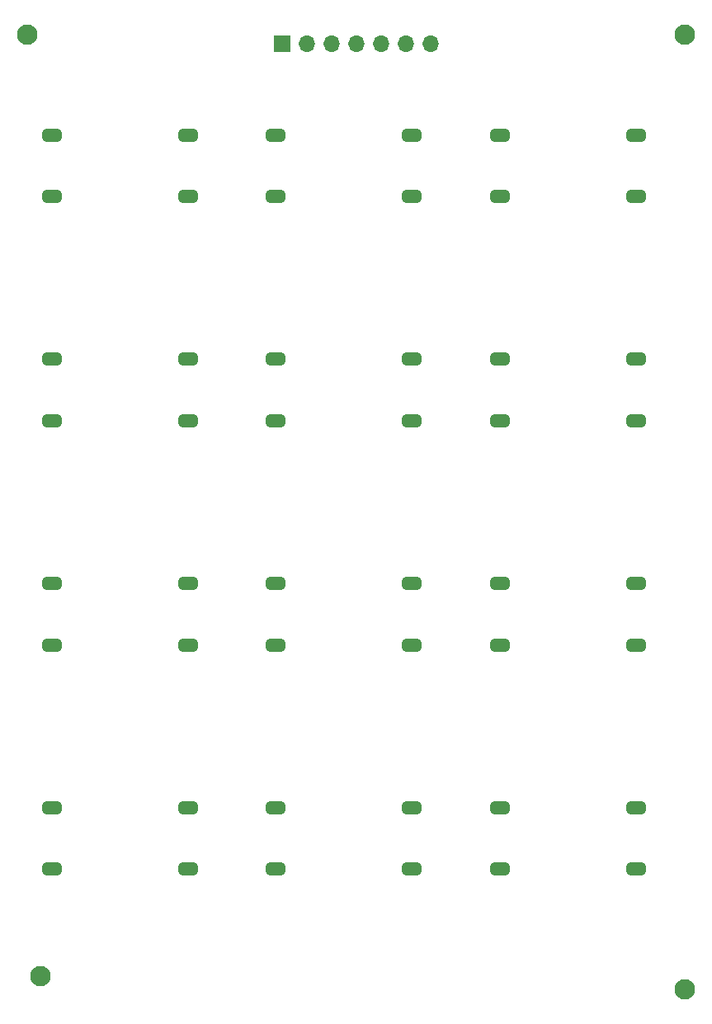
<source format=gbr>
%TF.GenerationSoftware,KiCad,Pcbnew,(6.0.9)*%
%TF.CreationDate,2023-03-26T11:38:19+02:00*%
%TF.ProjectId,SelectaAutomatKeyPad,53656c65-6374-4614-9175-746f6d61744b,20230306*%
%TF.SameCoordinates,PX5f5e100PY8f0d180*%
%TF.FileFunction,Soldermask,Top*%
%TF.FilePolarity,Negative*%
%FSLAX46Y46*%
G04 Gerber Fmt 4.6, Leading zero omitted, Abs format (unit mm)*
G04 Created by KiCad (PCBNEW (6.0.9)) date 2023-03-26 11:38:19*
%MOMM*%
%LPD*%
G01*
G04 APERTURE LIST*
G04 Aperture macros list*
%AMRoundRect*
0 Rectangle with rounded corners*
0 $1 Rounding radius*
0 $2 $3 $4 $5 $6 $7 $8 $9 X,Y pos of 4 corners*
0 Add a 4 corners polygon primitive as box body*
4,1,4,$2,$3,$4,$5,$6,$7,$8,$9,$2,$3,0*
0 Add four circle primitives for the rounded corners*
1,1,$1+$1,$2,$3*
1,1,$1+$1,$4,$5*
1,1,$1+$1,$6,$7*
1,1,$1+$1,$8,$9*
0 Add four rect primitives between the rounded corners*
20,1,$1+$1,$2,$3,$4,$5,0*
20,1,$1+$1,$4,$5,$6,$7,0*
20,1,$1+$1,$6,$7,$8,$9,0*
20,1,$1+$1,$8,$9,$2,$3,0*%
G04 Aperture macros list end*
%ADD10RoundRect,0.325000X-0.650000X-0.325000X0.650000X-0.325000X0.650000X0.325000X-0.650000X0.325000X0*%
%ADD11C,2.100000*%
%ADD12R,1.700000X1.700000*%
%ADD13O,1.700000X1.700000*%
G04 APERTURE END LIST*
D10*
%TO.C,SW5*%
X28525000Y67650000D03*
X42475000Y67650000D03*
X42475000Y61350000D03*
X28525000Y61350000D03*
%TD*%
%TO.C,SW7*%
X5525000Y44650000D03*
X19475000Y44650000D03*
X19475000Y38350000D03*
X5525000Y38350000D03*
%TD*%
%TO.C,SW9*%
X51525000Y44650000D03*
X65475000Y44650000D03*
X65475000Y38350000D03*
X51525000Y38350000D03*
%TD*%
D11*
%TO.C,H1*%
X4325000Y4325000D03*
%TD*%
%TO.C,H2*%
X70500000Y3000000D03*
%TD*%
D10*
%TO.C,SW10*%
X5525000Y21650000D03*
X19475000Y21650000D03*
X19475000Y15350000D03*
X5525000Y15350000D03*
%TD*%
%TO.C,SW3*%
X51525000Y90650000D03*
X65475000Y90650000D03*
X65475000Y84350000D03*
X51525000Y84350000D03*
%TD*%
%TO.C,SW1*%
X5525000Y90650000D03*
X19475000Y90650000D03*
X19475000Y84350000D03*
X5525000Y84350000D03*
%TD*%
D11*
%TO.C,H4*%
X3000000Y101000000D03*
%TD*%
D10*
%TO.C,SW2*%
X28525000Y90650000D03*
X42475000Y90650000D03*
X42475000Y84350000D03*
X28525000Y84350000D03*
%TD*%
%TO.C,SW6*%
X51525000Y67650000D03*
X65475000Y67650000D03*
X65475000Y61350000D03*
X51525000Y61350000D03*
%TD*%
%TO.C,SW11*%
X28525000Y21650000D03*
X42475000Y21650000D03*
X42475000Y15350000D03*
X28525000Y15350000D03*
%TD*%
%TO.C,SW12*%
X51525000Y21650000D03*
X65475000Y21650000D03*
X65475000Y15350000D03*
X51525000Y15350000D03*
%TD*%
D12*
%TO.C,J1*%
X29130000Y100000000D03*
D13*
X31670000Y100000000D03*
X34210000Y100000000D03*
X36750000Y100000000D03*
X39290000Y100000000D03*
X41830000Y100000000D03*
X44370000Y100000000D03*
%TD*%
D10*
%TO.C,SW8*%
X28525000Y44650000D03*
X42475000Y44650000D03*
X42475000Y38350000D03*
X28525000Y38350000D03*
%TD*%
%TO.C,SW4*%
X5525000Y67650000D03*
X19475000Y67650000D03*
X19475000Y61350000D03*
X5525000Y61350000D03*
%TD*%
D11*
%TO.C,H3*%
X70500000Y101000000D03*
%TD*%
M02*

</source>
